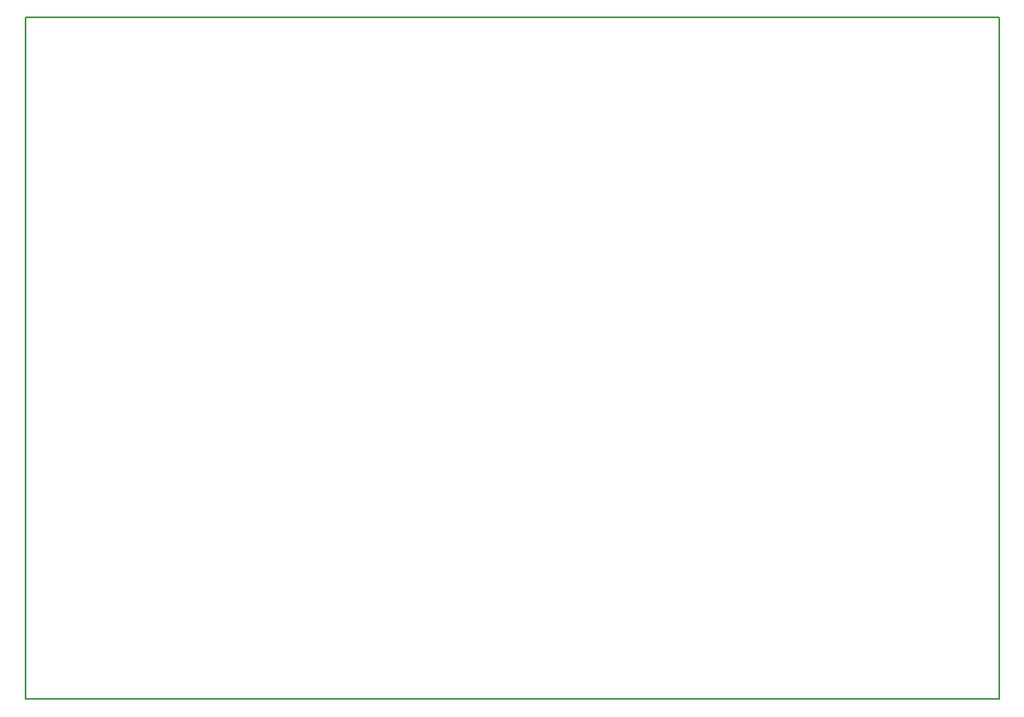
<source format=gbr>
%TF.GenerationSoftware,KiCad,Pcbnew,(6.0.9)*%
%TF.CreationDate,2022-12-07T15:22:28-05:00*%
%TF.ProjectId,Sensors,53656e73-6f72-4732-9e6b-696361645f70,rev?*%
%TF.SameCoordinates,Original*%
%TF.FileFunction,Profile,NP*%
%FSLAX46Y46*%
G04 Gerber Fmt 4.6, Leading zero omitted, Abs format (unit mm)*
G04 Created by KiCad (PCBNEW (6.0.9)) date 2022-12-07 15:22:28*
%MOMM*%
%LPD*%
G01*
G04 APERTURE LIST*
%TA.AperFunction,Profile*%
%ADD10C,0.200000*%
%TD*%
G04 APERTURE END LIST*
D10*
X108280000Y-59540000D02*
X208280000Y-59540000D01*
X208280000Y-59540000D02*
X208280000Y-129540000D01*
X208280000Y-129540000D02*
X108280000Y-129540000D01*
X108280000Y-129540000D02*
X108280000Y-59540000D01*
M02*

</source>
